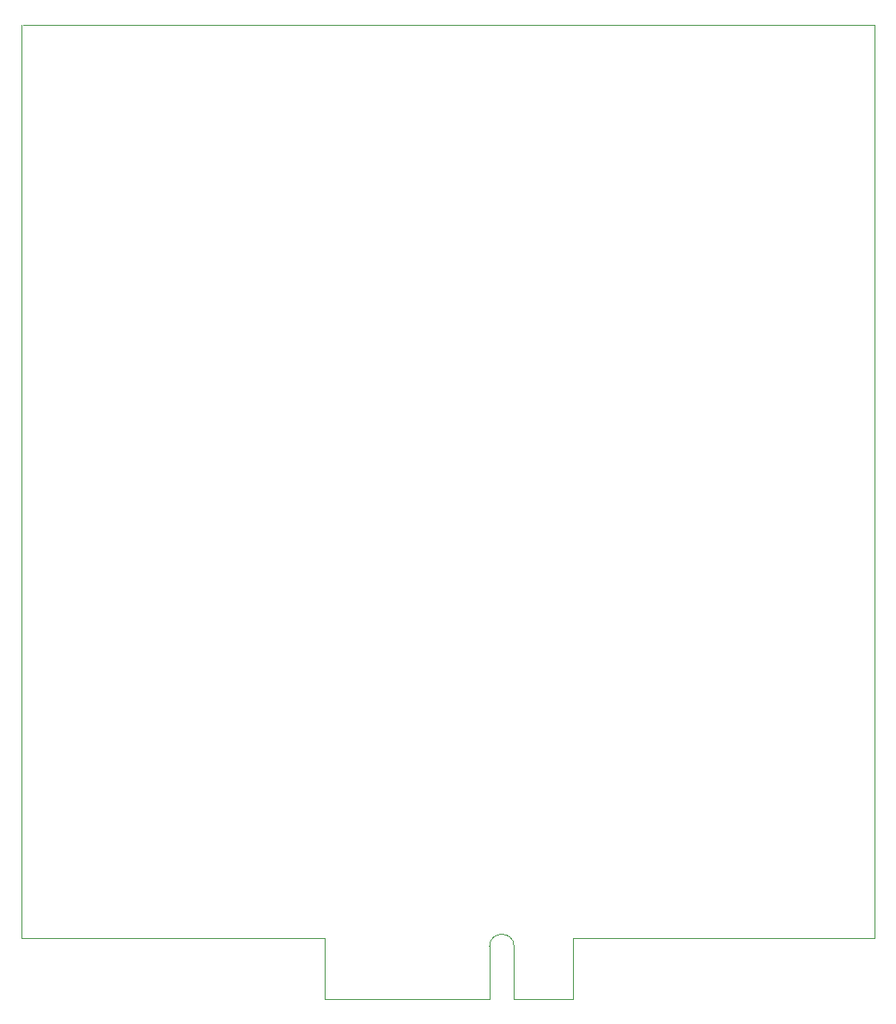
<source format=gm1>
G04 #@! TF.FileFunction,Profile,NP*
%FSLAX46Y46*%
G04 Gerber Fmt 4.6, Leading zero omitted, Abs format (unit mm)*
G04 Created by KiCad (PCBNEW 4.0.1-stable) date 2016-12-06 1:54:44 PM*
%MOMM*%
G01*
G04 APERTURE LIST*
%ADD10C,0.150000*%
%ADD11C,0.100000*%
G04 APERTURE END LIST*
D10*
D11*
X55380000Y-130600000D02*
X25500000Y-130600000D01*
X25500000Y-130600000D02*
X25500000Y-40600000D01*
X55380000Y-136600000D02*
X71600000Y-136600000D01*
X55380000Y-136600000D02*
X55380000Y-130600000D01*
X109500000Y-40600000D02*
X109500000Y-130600000D01*
X25600000Y-40600000D02*
X109500000Y-40600000D01*
X109500000Y-130600000D02*
X79800000Y-130600000D01*
X79830000Y-136600000D02*
X79830000Y-130590000D01*
X74000000Y-136600000D02*
X79830000Y-136600000D01*
X74000000Y-131400000D02*
X74000000Y-136600000D01*
X74000000Y-131400000D02*
G75*
G03X71600000Y-131400000I-1200000J0D01*
G01*
X71600000Y-136600000D02*
X71600000Y-131300000D01*
M02*

</source>
